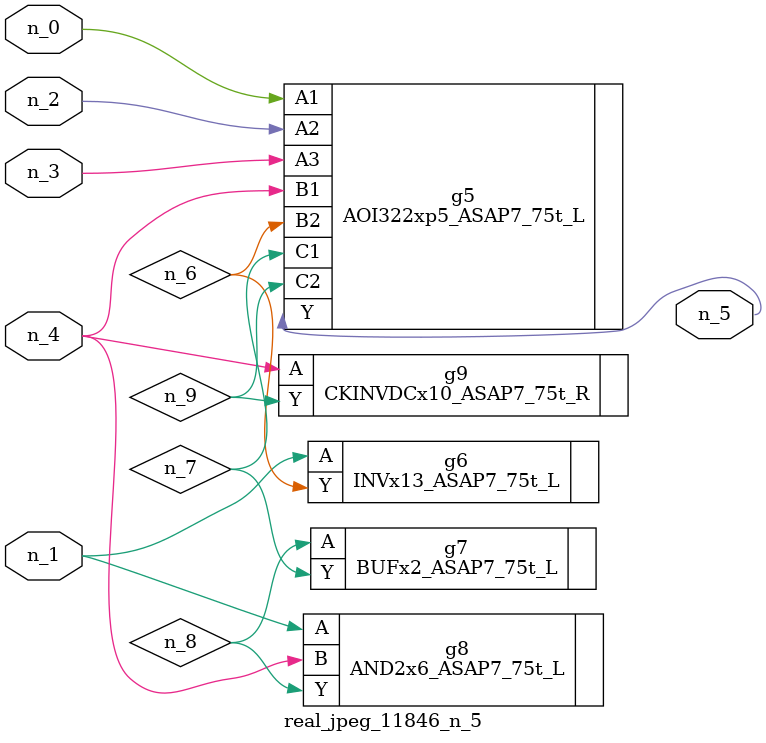
<source format=v>
module real_jpeg_11846_n_5 (n_4, n_0, n_1, n_2, n_3, n_5);

input n_4;
input n_0;
input n_1;
input n_2;
input n_3;

output n_5;

wire n_8;
wire n_6;
wire n_7;
wire n_9;

AOI322xp5_ASAP7_75t_L g5 ( 
.A1(n_0),
.A2(n_2),
.A3(n_3),
.B1(n_4),
.B2(n_6),
.C1(n_7),
.C2(n_9),
.Y(n_5)
);

INVx13_ASAP7_75t_L g6 ( 
.A(n_1),
.Y(n_6)
);

AND2x6_ASAP7_75t_L g8 ( 
.A(n_1),
.B(n_4),
.Y(n_8)
);

CKINVDCx10_ASAP7_75t_R g9 ( 
.A(n_4),
.Y(n_9)
);

BUFx2_ASAP7_75t_L g7 ( 
.A(n_8),
.Y(n_7)
);


endmodule
</source>
